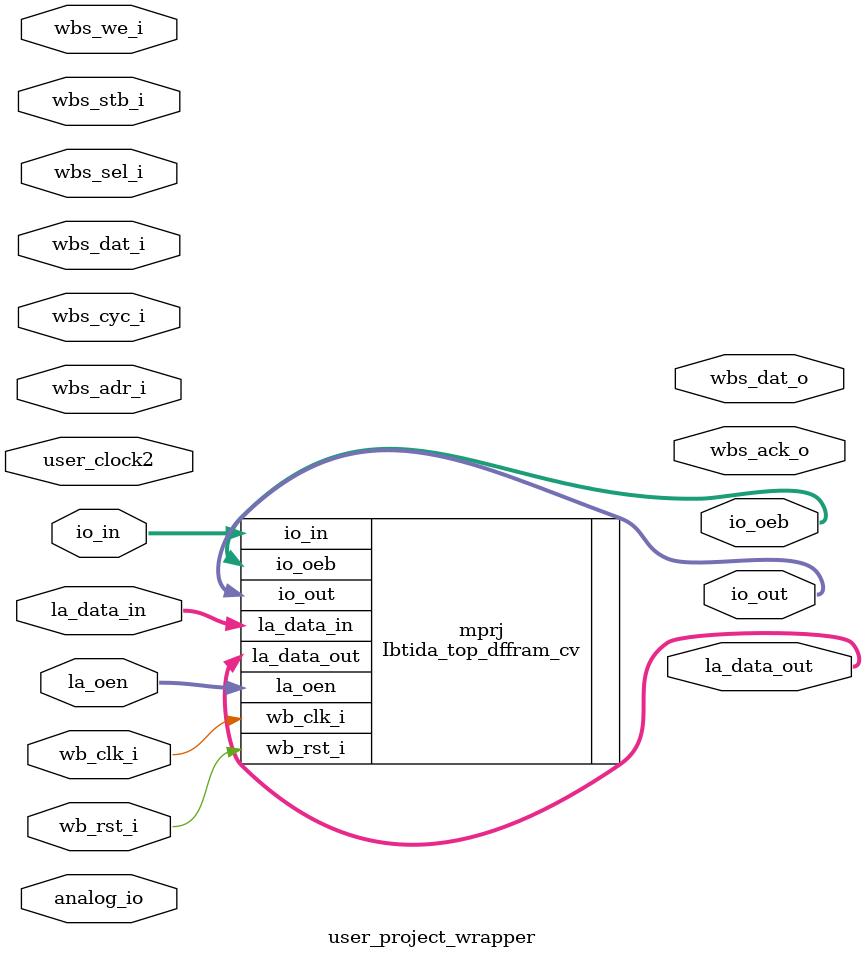
<source format=v>
/* Generated by Yosys 0.9+3621 (git sha1 84e9fa7, gcc 8.3.1 -fPIC -Os) */

module user_project_wrapper(wb_clk_i, wb_rst_i, wbs_stb_i, wbs_cyc_i, wbs_we_i, wbs_sel_i, wbs_dat_i, wbs_adr_i, wbs_ack_o, wbs_dat_o, la_data_in, la_data_out, la_oen, io_in, io_out, io_oeb, analog_io, user_clock2);
  inout [30:0] analog_io;
  input [37:0] io_in;
  output [37:0] io_oeb;
  output [37:0] io_out;
  input [127:0] la_data_in;
  output [127:0] la_data_out;
  input [127:0] la_oen;
  input user_clock2;
  input wb_clk_i;
  input wb_rst_i;
  output wbs_ack_o;
  input [31:0] wbs_adr_i;
  input wbs_cyc_i;
  input [31:0] wbs_dat_i;
  output [31:0] wbs_dat_o;
  input [3:0] wbs_sel_i;
  input wbs_stb_i;
  input wbs_we_i;
  Ibtida_top_dffram_cv mprj (
    .io_in(io_in),
    .io_oeb(io_oeb),
    .io_out(io_out),
    .la_data_in(la_data_in),
    .la_data_out(la_data_out),
    .la_oen(la_oen),
    .wb_clk_i(wb_clk_i),
    .wb_rst_i(wb_rst_i)
  );
endmodule

</source>
